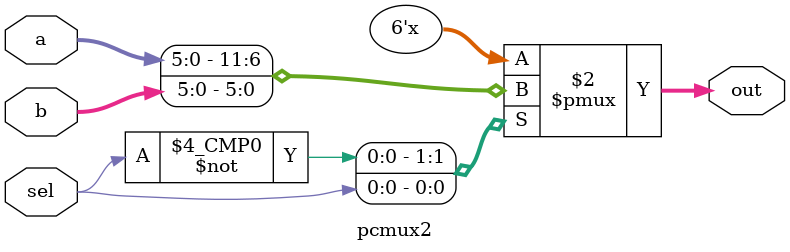
<source format=v>
module pcmux2 (a,b,sel,out);
input [5:0] a,b;
input sel;
output reg [5:0] out;

	always @ (*)	
		begin
			case (sel)
				1'b0:	begin
					out=a;
						end
				1'b1:	begin
					out=b;
						end
	
			endcase	
		end
endmodule
</source>
